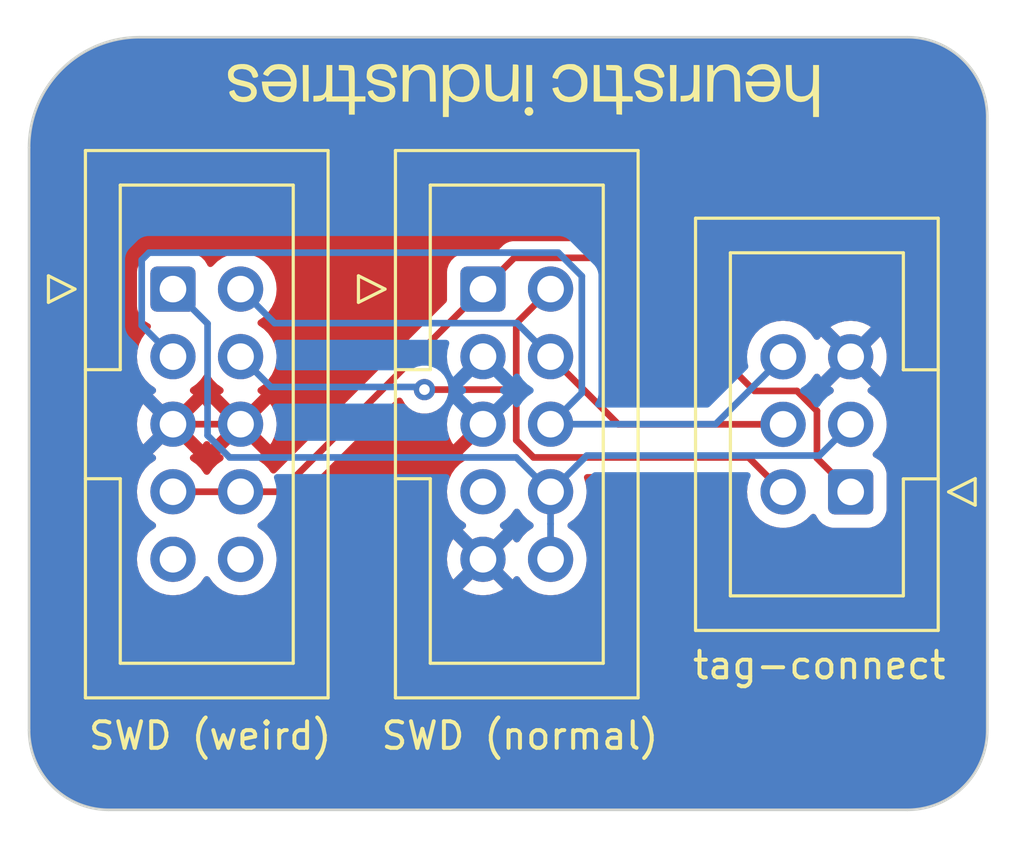
<source format=kicad_pcb>
(kicad_pcb (version 20240108) (generator "pcbnew") (generator_version "8.0")
  (layers (0 "F.Cu" signal) (31 "B.Cu" signal) (34 "B.Paste" user) (35 "F.Paste" user) (36 "B.SilkS" user "B.Silkscreen") (37 "F.SilkS" user "F.Silkscreen") (38 "B.Mask" user) (39 "F.Mask" user) (44 "Edge.Cuts" user))
  (net 0 "")
  (net 1 "/Vcc")
  (net 2 "/SWDIO")
  (net 3 "GND")
  (net 4 "/SWCLK")
  (net 5 "/SWO")
  (net 6 "/RST")
  (footprint "Connector_IDC:IDC-Header_2x05_P2.54mm_Vertical" (layer "F.Cu") (at 115.65 58.52)
    (property "Reference" "J1" (hide yes))
    (property "Value" "SWD 2.54" (hide yes))
    (fp_line (start -4.68 -0.5) (end -4.68 0.5) (stroke (width 0.12)) (layer "F.SilkS"))
    (fp_line (start -4.68 0.5) (end -3.68 0) (stroke (width 0.12)) (layer "F.SilkS"))
    (fp_line (start -3.68 0) (end -4.68 -0.5) (stroke (width 0.12)) (layer "F.SilkS"))
    (fp_line (start -3.29 -5.21) (end 5.83 -5.21) (stroke (width 0.12)) (layer "F.SilkS"))
    (fp_line (start -3.29 3.03) (end -1.98 3.03) (stroke (width 0.12)) (layer "F.SilkS"))
    (fp_line (start -3.29 15.37) (end -3.29 -5.21) (stroke (width 0.12)) (layer "F.SilkS"))
    (fp_line (start -1.98 -3.91) (end 4.52 -3.91) (stroke (width 0.12)) (layer "F.SilkS"))
    (fp_line (start -1.98 3.03) (end -1.98 -3.91) (stroke (width 0.12)) (layer "F.SilkS"))
    (fp_line (start -1.98 7.13) (end -3.29 7.13) (stroke (width 0.12)) (layer "F.SilkS"))
    (fp_line (start -1.98 7.13) (end -1.98 7.13) (stroke (width 0.12)) (layer "F.SilkS"))
    (fp_line (start -1.98 14.07) (end -1.98 7.13) (stroke (width 0.12)) (layer "F.SilkS"))
    (fp_line (start 4.52 -3.91) (end 4.52 14.07) (stroke (width 0.12)) (layer "F.SilkS"))
    (fp_line (start 4.52 14.07) (end -1.98 14.07) (stroke (width 0.12)) (layer "F.SilkS"))
    (fp_line (start 5.83 -5.21) (end 5.83 15.37) (stroke (width 0.12)) (layer "F.SilkS"))
    (fp_line (start 5.83 15.37) (end -3.29 15.37) (stroke (width 0.12)) (layer "F.SilkS"))
    (pad "1" thru_hole roundrect (at 0 0) (size 1.7 1.7) (drill 1) (layers "*.Cu" "*.Mask") (roundrect_rratio 0.1470588235) (net 1 "/Vcc"))
    (pad "2" thru_hole circle (at 2.54 0) (size 1.7 1.7) (drill 1) (layers "*.Cu" "*.Mask") (net 2 "/SWDIO"))
    (pad "3" thru_hole circle (at 0 2.54) (size 1.7 1.7) (drill 1) (layers "*.Cu" "*.Mask") (net 3 "GND"))
    (pad "4" thru_hole circle (at 2.54 2.54) (size 1.7 1.7) (drill 1) (layers "*.Cu" "*.Mask") (net 4 "/SWCLK"))
    (pad "5" thru_hole circle (at 0 5.08) (size 1.7 1.7) (drill 1) (layers "*.Cu" "*.Mask") (net 3 "GND"))
    (pad "6" thru_hole circle (at 2.54 5.08) (size 1.7 1.7) (drill 1) (layers "*.Cu" "*.Mask") (net 5 "/SWO"))
    (pad "7" thru_hole circle (at 0 7.62) (size 1.7 1.7) (drill 1) (layers "*.Cu" "*.Mask"))
    (pad "8" thru_hole circle (at 2.54 7.62) (size 1.7 1.7) (drill 1) (layers "*.Cu" "*.Mask") (net 6 "/RST"))
    (pad "9" thru_hole circle (at 0 10.16) (size 1.7 1.7) (drill 1) (layers "*.Cu" "*.Mask") (net 3 "GND"))
    (pad "10" thru_hole circle (at 2.54 10.16) (size 1.7 1.7) (drill 1) (layers "*.Cu" "*.Mask") (net 6 "/RST"))
  )
  (footprint "Connector_IDC:IDC-Header_2x05_P2.54mm_Vertical" (layer "F.Cu") (at 104 58.52)
    (property "Reference" "J3" (hide yes))
    (property "Value" "SWD" (hide yes))
    (fp_line (start -4.68 -0.5) (end -4.68 0.5) (stroke (width 0.12)) (layer "F.SilkS"))
    (fp_line (start -4.68 0.5) (end -3.68 0) (stroke (width 0.12)) (layer "F.SilkS"))
    (fp_line (start -3.68 0) (end -4.68 -0.5) (stroke (width 0.12)) (layer "F.SilkS"))
    (fp_line (start -3.29 -5.21) (end 5.83 -5.21) (stroke (width 0.12)) (layer "F.SilkS"))
    (fp_line (start -3.29 3.03) (end -1.98 3.03) (stroke (width 0.12)) (layer "F.SilkS"))
    (fp_line (start -3.29 15.37) (end -3.29 -5.21) (stroke (width 0.12)) (layer "F.SilkS"))
    (fp_line (start -1.98 -3.91) (end 4.52 -3.91) (stroke (width 0.12)) (layer "F.SilkS"))
    (fp_line (start -1.98 3.03) (end -1.98 -3.91) (stroke (width 0.12)) (layer "F.SilkS"))
    (fp_line (start -1.98 7.13) (end -3.29 7.13) (stroke (width 0.12)) (layer "F.SilkS"))
    (fp_line (start -1.98 7.13) (end -1.98 7.13) (stroke (width 0.12)) (layer "F.SilkS"))
    (fp_line (start -1.98 14.07) (end -1.98 7.13) (stroke (width 0.12)) (layer "F.SilkS"))
    (fp_line (start 4.52 -3.91) (end 4.52 14.07) (stroke (width 0.12)) (layer "F.SilkS"))
    (fp_line (start 4.52 14.07) (end -1.98 14.07) (stroke (width 0.12)) (layer "F.SilkS"))
    (fp_line (start 5.83 -5.21) (end 5.83 15.37) (stroke (width 0.12)) (layer "F.SilkS"))
    (fp_line (start 5.83 15.37) (end -3.29 15.37) (stroke (width 0.12)) (layer "F.SilkS"))
    (pad "1" thru_hole roundrect (at 0 0) (size 1.7 1.7) (drill 1) (layers "*.Cu" "*.Mask") (roundrect_rratio 0.1470588235) (net 6 "/RST"))
    (pad "2" thru_hole circle (at 2.54 0) (size 1.7 1.7) (drill 1) (layers "*.Cu" "*.Mask") (net 4 "/SWCLK"))
    (pad "3" thru_hole circle (at 0 2.54) (size 1.7 1.7) (drill 1) (layers "*.Cu" "*.Mask") (net 5 "/SWO"))
    (pad "4" thru_hole circle (at 2.54 2.54) (size 1.7 1.7) (drill 1) (layers "*.Cu" "*.Mask") (net 2 "/SWDIO"))
    (pad "5" thru_hole circle (at 0 5.08) (size 1.7 1.7) (drill 1) (layers "*.Cu" "*.Mask") (net 3 "GND"))
    (pad "6" thru_hole circle (at 2.54 5.08) (size 1.7 1.7) (drill 1) (layers "*.Cu" "*.Mask") (net 3 "GND"))
    (pad "7" thru_hole circle (at 0 7.62) (size 1.7 1.7) (drill 1) (layers "*.Cu" "*.Mask") (net 1 "/Vcc"))
    (pad "8" thru_hole circle (at 2.54 7.62) (size 1.7 1.7) (drill 1) (layers "*.Cu" "*.Mask") (net 1 "/Vcc"))
    (pad "9" thru_hole circle (at 0 10.16) (size 1.7 1.7) (drill 1) (layers "*.Cu" "*.Mask"))
    (pad "10" thru_hole circle (at 2.54 10.16) (size 1.7 1.7) (drill 1) (layers "*.Cu" "*.Mask"))
  )
  (footprint "LOGO" (layer "F.Cu") (at 117.16571 51.05 180)
    (property "Reference" "G***" (hide yes))
    (property "Value" "LOGO" (hide yes))
    (fp_poly (pts (xy 8.172222 -0.417885) (xy 8.277777 -0.411112) (xy 8.283654 0.272222) (xy 8.289531 0.955555) (xy 8.178099 0.955555) (xy 8.066666 0.955555) (xy 8.066666 0.265449) (xy 8.066666 -0.424658)) (fill solid) (layer "F.SilkS"))
    (fp_poly (pts (xy -0.111111 0.266666) (xy -0.111111 0.955555) (xy -0.222223 0.955555) (xy -0.333334 0.955555) (xy -0.333334 0.266666) (xy -0.333334 -0.422223) (xy -0.222223 -0.422223) (xy -0.111111 -0.422223)) (fill solid) (layer "F.SilkS"))
    (fp_poly (pts (xy -5.516346 0.272222) (xy -5.510469 0.955555) (xy -5.633334 0.955555) (xy -5.756198 0.955555) (xy -5.750322 0.272222) (xy -5.744445 -0.411112) (xy -5.633334 -0.411112) (xy -5.522223 -0.411112)) (fill solid) (layer "F.SilkS"))
    (fp_poly (pts (xy -0.138378 -0.935665) (xy -0.07885 -0.884365) (xy -0.046819 -0.814215) (xy -0.044445 -0.788889) (xy -0.063135 -0.713694) (xy -0.111439 -0.658715) (xy -0.177707 -0.628662) (xy -0.250287 -0.628245) (xy -0.317529 -0.662175) (xy -0.32946 -0.673655) (xy -0.371648 -0.744988) (xy -0.376998 -0.819614) (xy -0.349973 -0.88676) (xy -0.295032 -0.935652) (xy -0.216639 -0.955517) (xy -0.212724 -0.955556)) (fill solid) (layer "F.SilkS"))
    (fp_poly (pts (xy -6.399201 -0.327778) (xy -6.398402 -0.233334) (xy -6.349201 -0.293302) (xy -6.26543 -0.362485) (xy -6.152671 -0.406814) (xy -6.022936 -0.422223) (xy -5.911111 -0.422223) (xy -5.911111 -0.31354) (xy -5.911111 -0.204858) (xy -6.075813 -0.196541) (xy -6.174764 -0.188099) (xy -6.240722 -0.172971) (xy -6.284963 -0.148397) (xy -6.289991 -0.144112) (xy -6.324833 -0.10893) (xy -6.351532 -0.069281) (xy -6.371145 -0.018992) (xy -6.384726 0.048108) (xy -6.393331 0.138192) (xy -6.398016 0.257434) (xy -6.399835 0.412006) (xy -6.4 0.499286) (xy -6.4 0.955555) (xy -6.511111 0.955555) (xy -6.622223 0.955555) (xy -6.622223 0.266666) (xy -6.622223 -0.422223) (xy -6.511111 -0.422223) (xy -6.4 -0.422223)) (fill solid) (layer "F.SilkS"))
    (fp_poly (pts (xy -3.605556 -0.906774) (xy -3.5 -0.9) (xy -3.493693 -0.661112) (xy -3.487386 -0.422223) (xy -3.065915 -0.422223) (xy -2.644445 -0.422223) (xy -2.644445 0.266666) (xy -2.644445 0.955555) (xy -2.755187 0.955555) (xy -2.865929 0.955555) (xy -2.871854 0.372222) (xy -2.877778 -0.211112) (xy -3.183769 -0.217297) (xy -3.48976 -0.223483) (xy -3.483769 0.260481) (xy -3.477778 0.744444) (xy -3.3 0.755555) (xy -3.122223 0.766666) (xy -3.115389 0.861111) (xy -3.108556 0.955555) (xy -3.341928 0.955555) (xy -3.448258 0.954742) (xy -3.520448 0.95106) (xy -3.56879 0.942643) (xy -3.603576 0.927627) (xy -3.635099 0.904146) (xy -3.63765 0.901965) (xy -3.7 0.848376) (xy -3.711111 0.318632) (xy -3.722223 -0.211112) (xy -3.916667 -0.217532) (xy -4.111111 -0.223953) (xy -4.111111 -0.323088) (xy -4.111111 -0.422223) (xy -3.911111 -0.422223) (xy -3.711111 -0.422223) (xy -3.711111 -0.667885) (xy -3.711111 -0.913547)) (fill solid) (layer "F.SilkS"))
    (fp_poly (pts (xy -10.888889 -0.6) (xy -10.888301 -0.472221) (xy -10.886668 -0.36133) (xy -10.884186 -0.27434) (xy -10.88105 -0.218263) (xy -10.87772 -0.2) (xy -10.857872 -0.215103) (xy -10.818725 -0.253946) (xy -10.786085 -0.289067) (xy -10.683381 -0.371477) (xy -10.559875 -0.421284) (xy -10.424779 -0.438664) (xy -10.287303 -0.423796) (xy -10.156659 -0.376857) (xy -10.042055 -0.298025) (xy -10.017846 -0.274258) (xy -9.976458 -0.227266) (xy -9.944169 -0.179767) (xy -9.91972 -0.125448) (xy -9.90185 -0.057995) (xy -9.889301 0.028904) (xy -9.880813 0.141565) (xy -9.875126 0.286299) (xy -9.871136 0.461111) (xy -9.861845 0.955555) (xy -9.972885 0.955555) (xy -10.083925 0.955555) (xy -10.092164 0.483333) (xy -10.095289 0.324116) (xy -10.098792 0.202811) (xy -10.103307 0.112885) (xy -10.109467 0.047804) (xy -10.117907 0.001038) (xy -10.129259 -0.033948) (xy -10.144158 -0.063685) (xy -10.145433 -0.065881) (xy -10.220023 -0.154614) (xy -10.319788 -0.207493) (xy -10.446367 -0.225379) (xy -10.449216 -0.225386) (xy -10.579357 -0.21357) (xy -10.682758 -0.175417) (xy -10.761634 -0.116151) (xy -10.803557 -0.067463) (xy -10.835653 -0.007472) (xy -10.859057 0.069843) (xy -10.874902 0.170505) (xy -10.884323 0.300534) (xy -10.888453 0.465951) (xy -10.888889 0.559588) (xy -10.888889 0.955555) (xy -11 0.955555) (xy -11.111111 0.955555) (xy -11.111111 -0.022223) (xy -11.111111 -1) (xy -11 -1) (xy -10.888889 -1)) (fill solid) (layer "F.SilkS"))
    (fp_poly (pts (xy 3.515112 0.061111) (xy 3.517802 0.222121) (xy 3.520914 0.345135) (xy 3.525048 0.4366) (xy 3.530806 0.502964) (xy 3.538789 0.550673) (xy 3.549598 0.586176) (xy 3.563834 0.615919) (xy 3.567422 0.622222) (xy 3.636779 0.705792) (xy 3.730068 0.755663) (xy 3.851211 0.773593) (xy 3.90292 0.772538) (xy 4.037836 0.748634) (xy 4.143865 0.692241) (xy 4.224804 0.600986) (xy 4.250329 0.555555) (xy 4.267596 0.517576) (xy 4.280552 0.478042) (xy 4.289964 0.429714) (xy 4.296594 0.365356) (xy 4.301206 0.277732) (xy 4.304565 0.159604) (xy 4.307223 0.016666) (xy 4.314447 -0.422223) (xy 4.42389 -0.422223) (xy 4.533333 -0.422223) (xy 4.533333 0.266666) (xy 4.533333 0.955555) (xy 4.422222 0.955555) (xy 4.311111 0.955555) (xy 4.311111 0.844444) (xy 4.307114 0.781061) (xy 4.296893 0.740831) (xy 4.288889 0.733333) (xy 4.267291 0.748013) (xy 4.266666 0.752525) (xy 4.251133 0.781137) (xy 4.212015 0.825943) (xy 4.160536 0.8755) (xy 4.10792 0.918367) (xy 4.095674 0.926848) (xy 4.030686 0.953742) (xy 3.938427 0.972569) (xy 3.835673 0.981211) (xy 3.739197 0.977548) (xy 3.718364 0.97452) (xy 3.575178 0.929228) (xy 3.457906 0.847937) (xy 3.367735 0.73158) (xy 3.340561 0.677777) (xy 3.327262 0.641828) (xy 3.316923 0.596949) (xy 3.309046 0.536888) (xy 3.303131 0.45539) (xy 3.298679 0.346203) (xy 3.295192 0.203072) (xy 3.293119 0.083333) (xy 3.285251 -0.422223) (xy 3.396627 -0.422223) (xy 3.508003 -0.422223)) (fill solid) (layer "F.SilkS"))
    (fp_poly (pts (xy -7.929332 0.061111) (xy -7.926642 0.222121) (xy -7.923531 0.345135) (xy -7.919396 0.4366) (xy -7.913638 0.502964) (xy -7.905655 0.550673) (xy -7.894847 0.586176) (xy -7.880611 0.615919) (xy -7.877022 0.622222) (xy -7.807665 0.705792) (xy -7.714376 0.755663) (xy -7.593234 0.773593) (xy -7.541524 0.772538) (xy -7.406609 0.748634) (xy -7.300579 0.692241) (xy -7.219641 0.600986) (xy -7.194115 0.555555) (xy -7.176849 0.517576) (xy -7.163892 0.478042) (xy -7.154481 0.429714) (xy -7.147851 0.365356) (xy -7.143238 0.277732) (xy -7.139879 0.159604) (xy -7.137221 0.016666) (xy -7.129998 -0.422223) (xy -7.020555 -0.422223) (xy -6.911111 -0.422223) (xy -6.911111 0.266666) (xy -6.911111 0.955555) (xy -7.022223 0.955555) (xy -7.133334 0.955555) (xy -7.133334 0.844444) (xy -7.137331 0.781061) (xy -7.147551 0.740831) (xy -7.155556 0.733333) (xy -7.177154 0.748013) (xy -7.177778 0.752525) (xy -7.193312 0.781137) (xy -7.232429 0.825943) (xy -7.283908 0.8755) (xy -7.336525 0.918367) (xy -7.34877 0.926848) (xy -7.413759 0.953742) (xy -7.506017 0.972569) (xy -7.608772 0.981211) (xy -7.705248 0.977548) (xy -7.72608 0.97452) (xy -7.869266 0.929228) (xy -7.986538 0.847937) (xy -8.07671 0.73158) (xy -8.103884 0.677777) (xy -8.117183 0.641828) (xy -8.127521 0.596949) (xy -8.135398 0.536888) (xy -8.141313 0.45539) (xy -8.145765 0.346203) (xy -8.149253 0.203072) (xy -8.151326 0.083333) (xy -8.159194 -0.422223) (xy -8.047817 -0.422223) (xy -7.936441 -0.422223)) (fill solid) (layer "F.SilkS"))
    (fp_poly (pts (xy 1.014024 -0.419977) (xy 1.123925 -0.388681) (xy 1.217864 -0.330237) (xy 1.262431 -0.289706) (xy 1.30677 -0.244103) (xy 1.341309 -0.202484) (xy 1.367363 -0.158605) (xy 1.386246 -0.106217) (xy 1.399274 -0.039075) (xy 1.407763 0.049069) (xy 1.413027 0.16446) (xy 1.416381 0.313345) (xy 1.418443 0.45129) (xy 1.425775 0.980358) (xy 1.318443 0.973512) (xy 1.211111 0.966666) (xy 1.2 0.476723) (xy 1.195869 0.312686) (xy 1.191503 0.187027) (xy 1.186338 0.093682) (xy 1.179812 0.026586) (xy 1.171359 -0.020326) (xy 1.160417 -0.053118) (xy 1.148792 -0.074338) (xy 1.071747 -0.153761) (xy 0.969742 -0.204883) (xy 0.853422 -0.226005) (xy 0.73343 -0.215429) (xy 0.620411 -0.171456) (xy 0.603834 -0.161304) (xy 0.545787 -0.11949) (xy 0.500669 -0.074348) (xy 0.466713 -0.019689) (xy 0.442149 0.050673) (xy 0.42521 0.142926) (xy 0.414127 0.263258) (xy 0.407134 0.417856) (xy 0.403976 0.538116) (xy 0.394327 0.977777) (xy 0.296466 0.977777) (xy 0.229637 0.971653) (xy 0.191577 0.955354) (xy 0.187852 0.949757) (xy 0.185336 0.921193) (xy 0.183418 0.853929) (xy 0.182138 0.753706) (xy 0.181536 0.626264) (xy 0.181652 0.477345) (xy 0.182527 0.312689) (xy 0.182994 0.255312) (xy 0.188889 -0.411112) (xy 0.294444 -0.417885) (xy 0.4 -0.424658) (xy 0.4 -0.301218) (xy 0.40182 -0.233889) (xy 0.406518 -0.189054) (xy 0.411169 -0.177778) (xy 0.430986 -0.19289) (xy 0.470201 -0.231806) (xy 0.503943 -0.268106) (xy 0.58579 -0.347569) (xy 0.666263 -0.396479) (xy 0.760398 -0.421321) (xy 0.875899 -0.428529)) (fill solid) (layer "F.SilkS"))
    (fp_poly (pts (xy 6.555555 -0.666667) (xy 6.555555 -0.422223) (xy 6.977777 -0.422223) (xy 7.4 -0.422223) (xy 7.4 -0.333334) (xy 7.406231 -0.272345) (xy 7.421792 -0.246134) (xy 7.441985 -0.258244) (xy 7.456205 -0.290937) (xy 7.491038 -0.335906) (xy 7.55858 -0.37578) (xy 7.647096 -0.405703) (xy 7.74485 -0.420818) (xy 7.772222 -0.421735) (xy 7.888889 -0.422223) (xy 7.888889 -0.31354) (xy 7.888889 -0.204858) (xy 7.723628 -0.196513) (xy 7.631364 -0.189435) (xy 7.570229 -0.177074) (xy 7.52694 -0.155728) (xy 7.501372 -0.134623) (xy 7.469293 -0.099039) (xy 7.444638 -0.05613) (xy 7.426476 0.000087) (xy 7.413878 0.075591) (xy 7.405914 0.176364) (xy 7.401655 0.308386) (xy 7.40017 0.47764) (xy 7.400124 0.516666) (xy 7.4 0.955555) (xy 7.288889 0.955555) (xy 7.177777 0.955555) (xy 7.177777 0.366666) (xy 7.177777 -0.222223) (xy 6.866233 -0.222223) (xy 6.554688 -0.222223) (xy 6.560677 0.261111) (xy 6.566666 0.744444) (xy 6.75 0.750898) (xy 6.933333 0.757352) (xy 6.933333 0.856454) (xy 6.933333 0.955555) (xy 6.705555 0.954879) (xy 6.605669 0.95246) (xy 6.519686 0.946487) (xy 6.459133 0.937968) (xy 6.438888 0.931553) (xy 6.406783 0.908828) (xy 6.381846 0.878932) (xy 6.363196 0.836407) (xy 6.34995 0.775797) (xy 6.341225 0.691643) (xy 6.336138 0.578488) (xy 6.333807 0.430875) (xy 6.333333 0.278881) (xy 6.333333 -0.222223) (xy 6.133333 -0.222223) (xy 5.933333 -0.222223) (xy 5.933333 -0.322223) (xy 5.933333 -0.422223) (xy 6.133333 -0.422223) (xy 6.333333 -0.422223) (xy 6.333333 -0.666667) (xy 6.333333 -0.911112) (xy 6.444444 -0.911112) (xy 6.555555 -0.911112)) (fill solid) (layer "F.SilkS"))
    (fp_poly (pts (xy 9.150116 -0.442686) (xy 9.205071 -0.439983) (xy 9.381158 -0.413209) (xy 9.527267 -0.353734) (xy 9.64359 -0.261363) (xy 9.730319 -0.135904) (xy 9.787648 0.02284) (xy 9.812307 0.172222) (xy 9.827965 0.333333) (xy 9.278176 0.333333) (xy 8.728387 0.333333) (xy 8.743867 0.416666) (xy 8.789016 0.548759) (xy 8.866828 0.656767) (xy 8.970351 0.736284) (xy 9.092637 0.782904) (xy 9.226734 0.792222) (xy 9.312821 0.777317) (xy 9.405803 0.734184) (xy 9.495194 0.66183) (xy 9.564736 0.573633) (xy 9.568711 0.56673) (xy 9.585725 0.54121) (xy 9.606612 0.534808) (xy 9.645209 0.547328) (xy 9.685378 0.565083) (xy 9.74038 0.591634) (xy 9.773459 0.610976) (xy 9.777777 0.615589) (xy 9.760581 0.666581) (xy 9.715062 0.732203) (xy 9.650323 0.803115) (xy 9.575466 0.869976) (xy 9.499595 0.923447) (xy 9.455948 0.945814) (xy 9.342454 0.977806) (xy 9.208992 0.992317) (xy 9.073675 0.988988) (xy 8.954614 0.967463) (xy 8.922038 0.95633) (xy 8.782056 0.877574) (xy 8.668334 0.765405) (xy 8.583763 0.624215) (xy 8.531234 0.458397) (xy 8.515611 0.338981) (xy 8.520276 0.155555) (xy 8.732486 0.155555) (xy 9.155132 0.155555) (xy 9.577777 0.155555) (xy 9.577412 0.094444) (xy 9.55734 0.004597) (xy 9.504414 -0.085348) (xy 9.428037 -0.161721) (xy 9.379838 -0.192778) (xy 9.25117 -0.237955) (xy 9.122238 -0.242724) (xy 9.000462 -0.210455) (xy 8.893261 -0.144515) (xy 8.808055 -0.048272) (xy 8.752262 0.074905) (xy 8.747139 0.094444) (xy 8.732486 0.155555) (xy 8.520276 0.155555) (xy 8.520566 0.144137) (xy 8.561112 -0.027642) (xy 8.636173 -0.174213) (xy 8.744674 -0.293436) (xy 8.876057 -0.378589) (xy 8.952128 -0.414242) (xy 9.011694 -0.434669) (xy 9.071957 -0.443081)) (fill solid) (layer "F.SilkS"))
    (fp_poly (pts (xy -1.550255 -0.425054) (xy -1.401286 -0.367799) (xy -1.27692 -0.274056) (xy -1.179169 -0.145204) (xy -1.129248 -0.039072) (xy -1.106872 0.023701) (xy -1.094365 0.066606) (xy -1.093491 0.077931) (xy -1.117116 0.085445) (xy -1.169946 0.098104) (xy -1.205432 0.105794) (xy -1.310863 0.127892) (xy -1.335201 0.03751) (xy -1.385702 -0.070437) (xy -1.467991 -0.155446) (xy -1.573617 -0.213453) (xy -1.69413 -0.240395) (xy -1.82108 -0.232206) (xy -1.868907 -0.219154) (xy -1.995312 -0.156943) (xy -2.088673 -0.065697) (xy -2.149379 0.055202) (xy -2.177818 0.20637) (xy -2.180247 0.273848) (xy -2.164716 0.43916) (xy -2.118007 0.572868) (xy -2.039951 0.675214) (xy -1.930378 0.746437) (xy -1.819315 0.78129) (xy -1.720722 0.794424) (xy -1.634962 0.786818) (xy -1.6 0.778363) (xy -1.505483 0.735203) (xy -1.41932 0.665627) (xy -1.353466 0.581571) (xy -1.320659 0.49948) (xy -1.304606 0.445873) (xy -1.28081 0.42936) (xy -1.269623 0.431001) (xy -1.222544 0.442475) (xy -1.161111 0.455662) (xy -1.115765 0.468544) (xy -1.094963 0.48979) (xy -1.097746 0.528279) (xy -1.123156 0.592893) (xy -1.141943 0.633333) (xy -1.22919 0.775131) (xy -1.340314 0.880485) (xy -1.477332 0.950668) (xy -1.642264 0.986951) (xy -1.711111 0.992052) (xy -1.800777 0.99298) (xy -1.879565 0.98907) (xy -1.931277 0.981162) (xy -1.933334 0.980524) (xy -2.097318 0.905046) (xy -2.231894 0.796749) (xy -2.335332 0.657157) (xy -2.363886 0.601129) (xy -2.387086 0.540579) (xy -2.401274 0.473862) (xy -2.408296 0.388026) (xy -2.410014 0.277777) (xy -2.401846 0.114609) (xy -2.375127 -0.016714) (xy -2.325969 -0.126302) (xy -2.250481 -0.224267) (xy -2.196854 -0.276387) (xy -2.076982 -0.364207) (xy -1.945938 -0.418264) (xy -1.792997 -0.442351) (xy -1.721813 -0.444445)) (fill solid) (layer "F.SilkS"))
    (fp_poly (pts (xy 3.022222 -0.022223) (xy 3.022222 0.955555) (xy 2.911111 0.955555) (xy 2.8 0.955555) (xy 2.8 0.844444) (xy 2.796002 0.781061) (xy 2.785782 0.740831) (xy 2.777777 0.733333) (xy 2.756182 0.748305) (xy 2.755555 0.752918) (xy 2.738507 0.786138) (xy 2.694626 0.833288) (xy 2.634806 0.884804) (xy 2.56994 0.931121) (xy 2.522222 0.957779) (xy 2.418396 0.987865) (xy 2.291966 0.997371) (xy 2.159804 0.986138) (xy 2.061458 0.962169) (xy 1.926183 0.894307) (xy 1.810556 0.790176) (xy 1.721542 0.656104) (xy 1.719129 0.651224) (xy 1.673665 0.520836) (xy 1.648765 0.367052) (xy 1.647808 0.31887) (xy 1.87082 0.31887) (xy 1.888843 0.444252) (xy 1.940067 0.57161) (xy 2.022272 0.674322) (xy 2.127884 0.748636) (xy 2.249329 0.7908) (xy 2.379032 0.797063) (xy 2.50942 0.763671) (xy 2.522222 0.757999) (xy 2.635327 0.685444) (xy 2.715603 0.586217) (xy 2.764261 0.458086) (xy 2.782511 0.298818) (xy 2.782716 0.277777) (xy 2.766727 0.112081) (xy 2.718701 -0.022874) (xy 2.638543 -0.127246) (xy 2.526163 -0.201195) (xy 2.496035 -0.213807) (xy 2.372047 -0.24037) (xy 2.240451 -0.23375) (xy 2.117912 -0.195813) (xy 2.065046 -0.165544) (xy 1.978304 -0.079823) (xy 1.915215 0.035731) (xy 1.878485 0.17175) (xy 1.87082 0.31887) (xy 1.647808 0.31887) (xy 1.645574 0.206452) (xy 1.665239 0.055617) (xy 1.675285 0.016396) (xy 1.737418 -0.127664) (xy 1.831258 -0.254263) (xy 1.948183 -0.352974) (xy 2.008522 -0.386702) (xy 2.140867 -0.430366) (xy 2.281949 -0.444597) (xy 2.421642 -0.43109) (xy 2.549822 -0.391543) (xy 2.656362 -0.327649) (xy 2.713128 -0.268691) (xy 2.750105 -0.22445) (xy 2.777954 -0.201088) (xy 2.781956 -0.2) (xy 2.78772 -0.221053) (xy 2.792722 -0.279536) (xy 2.796646 -0.368437) (xy 2.799176 -0.480744) (xy 2.8 -0.6) (xy 2.8 -1) (xy 2.911111 -1) (xy 3.022222 -1)) (fill solid) (layer "F.SilkS"))
    (fp_poly (pts (xy -8.869147 -0.434867) (xy -8.7322 -0.398652) (xy -8.613395 -0.328087) (xy -8.534769 -0.254539) (xy -8.457514 -0.157037) (xy -8.406362 -0.055121) (xy -8.375533 0.065505) (xy -8.362763 0.170919) (xy -8.349034 0.333333) (xy -8.897163 0.333333) (xy -9.445292 0.333333) (xy -9.431761 0.394444) (xy -9.38537 0.540467) (xy -9.317224 0.650935) (xy -9.223983 0.730741) (xy -9.188889 0.750308) (xy -9.070789 0.787663) (xy -8.944649 0.790776) (xy -8.823023 0.761699) (xy -8.718463 0.702486) (xy -8.680941 0.667241) (xy -8.635202 0.612979) (xy -8.603241 0.568359) (xy -8.595642 0.55359) (xy -8.581707 0.537864) (xy -8.549672 0.54182) (xy -8.492741 0.564929) (xy -8.437273 0.595292) (xy -8.404134 0.623762) (xy -8.4 0.633512) (xy -8.417243 0.682689) (xy -8.462742 0.745843) (xy -8.527152 0.813254) (xy -8.60113 0.875202) (xy -8.675331 0.921968) (xy -8.679128 0.923855) (xy -8.813805 0.970807) (xy -8.965545 0.993213) (xy -9.116084 0.989619) (xy -9.222903 0.967197) (xy -9.360664 0.900544) (xy -9.476294 0.799377) (xy -9.566677 0.669353) (xy -9.628697 0.516127) (xy -9.659236 0.345358) (xy -9.657012 0.179192) (xy -9.642993 0.110225) (xy -9.422223 0.110225) (xy -9.420575 0.125936) (xy -9.411721 0.137523) (xy -9.389794 0.145612) (xy -9.348927 0.150832) (xy -9.283253 0.153808) (xy -9.186907 0.155169) (xy -9.054021 0.155542) (xy -8.998235 0.155555) (xy -8.574247 0.155555) (xy -8.5898 0.083333) (xy -8.630949 -0.039311) (xy -8.697826 -0.12987) (xy -8.79689 -0.196308) (xy -8.827878 -0.210264) (xy -8.948861 -0.239716) (xy -9.077291 -0.235579) (xy -9.198755 -0.200079) (xy -9.295996 -0.138042) (xy -9.340436 -0.08408) (xy -9.382465 -0.011373) (xy -9.412731 0.061683) (xy -9.422223 0.110225) (xy -9.642993 0.110225) (xy -9.620645 0.000289) (xy -9.550504 -0.150967) (xy -9.471126 -0.251883) (xy -9.372629 -0.338973) (xy -9.269223 -0.395769) (xy -9.147518 -0.428001) (xy -9.032272 -0.439722)) (fill solid) (layer "F.SilkS"))
    (fp_poly (pts (xy 10.696094 -0.421978) (xy 10.811332 -0.382112) (xy 10.82336 -0.37578) (xy 10.902505 -0.318139) (xy 10.97368 -0.242094) (xy 11.026341 -0.160938) (xy 11.049697 -0.090478) (xy 11.047011 -0.054419) (xy 11.022035 -0.030683) (xy 10.964203 -0.009472) (xy 10.961479 -0.008662) (xy 10.867403 0.019187) (xy 10.824285 -0.078289) (xy 10.76881 -0.161714) (xy 10.687159 -0.215219) (xy 10.574922 -0.241081) (xy 10.502841 -0.244362) (xy 10.389919 -0.230706) (xy 10.303682 -0.192792) (xy 10.248623 -0.134923) (xy 10.229232 -0.061404) (xy 10.242257 0.005358) (xy 10.270131 0.051738) (xy 10.318784 0.089277) (xy 10.394929 0.121191) (xy 10.505276 0.150691) (xy 10.577777 0.166021) (xy 10.753718 0.208266) (xy 10.889171 0.258377) (xy 10.987829 0.319355) (xy 11.053381 0.3942) (xy 11.089518 0.485914) (xy 11.099965 0.590618) (xy 11.096345 0.675479) (xy 11.08174 0.735481) (xy 11.050615 0.789875) (xy 11.037601 0.80749) (xy 10.952648 0.893662) (xy 10.847585 0.951446) (xy 10.71498 0.98408) (xy 10.611111 0.993312) (xy 10.487291 0.993663) (xy 10.389232 0.980848) (xy 10.321757 0.96128) (xy 10.196067 0.90548) (xy 10.103835 0.836473) (xy 10.034272 0.745232) (xy 10.010577 0.700898) (xy 9.972342 0.611569) (xy 9.961916 0.550768) (xy 9.980286 0.511585) (xy 10.028438 0.487112) (xy 10.041632 0.483399) (xy 10.114456 0.471875) (xy 10.158535 0.487314) (xy 10.183597 0.534423) (xy 10.188676 0.554586) (xy 10.232187 0.657027) (xy 10.310332 0.734114) (xy 10.419954 0.783876) (xy 10.557891 0.804344) (xy 10.589959 0.804738) (xy 10.713567 0.790028) (xy 10.80599 0.74988) (xy 10.864365 0.686539) (xy 10.885832 0.602254) (xy 10.884664 0.573392) (xy 10.864667 0.511135) (xy 10.81524 0.461444) (xy 10.731362 0.420895) (xy 10.611111 0.386776) (xy 10.470621 0.353431) (xy 10.365549 0.325546) (xy 10.287706 0.300007) (xy 10.228898 0.273702) (xy 10.180936 0.243518) (xy 10.135628 0.206341) (xy 10.135099 0.205867) (xy 10.056293 0.109961) (xy 10.016651 0.004048) (xy 10.014324 -0.10475) (xy 10.047465 -0.209306) (xy 10.114229 -0.302496) (xy 10.212767 -0.377197) (xy 10.295632 -0.413351) (xy 10.42095 -0.438829) (xy 10.560202 -0.441295)) (fill solid) (layer "F.SilkS"))
    (fp_poly (pts (xy -4.602292 -0.425906) (xy -4.470819 -0.386334) (xy -4.360486 -0.323808) (xy -4.317728 -0.285193) (xy -4.277997 -0.232057) (xy -4.243058 -0.16779) (xy -4.218539 -0.105644) (xy -4.210066 -0.058873) (xy -4.215147 -0.043586) (xy -4.246967 -0.027043) (xy -4.302898 -0.007756) (xy -4.317919 -0.003511) (xy -4.374075 0.008641) (xy -4.401841 0.003353) (xy -4.413583 -0.018113) (xy -4.462397 -0.123396) (xy -4.537913 -0.195012) (xy -4.642618 -0.23463) (xy -4.751104 -0.24441) (xy -4.872129 -0.231346) (xy -4.961094 -0.193505) (xy -5.015408 -0.133041) (xy -5.032483 -0.052103) (xy -5.02825 -0.014188) (xy -5.010898 0.032265) (xy -4.974518 0.070373) (xy -4.912984 0.103321) (xy -4.820171 0.134291) (xy -4.689951 0.166464) (xy -4.673428 0.170137) (xy -4.504098 0.213837) (xy -4.374432 0.262279) (xy -4.279721 0.317631) (xy -4.216192 0.380794) (xy -4.178793 0.460835) (xy -4.160855 0.562708) (xy -4.164604 0.667278) (xy -4.176791 0.719229) (xy -4.22299 0.801348) (xy -4.299682 0.8795) (xy -4.393536 0.942334) (xy -4.477808 0.975467) (xy -4.602938 0.994505) (xy -4.742275 0.996184) (xy -4.873612 0.980921) (xy -4.929482 0.967021) (xy -5.073729 0.90149) (xy -5.185894 0.805348) (xy -5.265158 0.679463) (xy -5.300497 0.574646) (xy -5.306088 0.531485) (xy -5.291122 0.50499) (xy -5.247146 0.487992) (xy -5.184456 0.476268) (xy -5.12709 0.469561) (xy -5.098846 0.4786) (xy -5.085285 0.510307) (xy -5.081883 0.525456) (xy -5.037387 0.640249) (xy -4.960193 0.725999) (xy -4.85258 0.781087) (xy -4.716824 0.803892) (xy -4.689597 0.804444) (xy -4.571751 0.792567) (xy -4.476391 0.759219) (xy -4.412176 0.707827) (xy -4.400659 0.690119) (xy -4.382802 0.630944) (xy -4.379187 0.561522) (xy -4.39053 0.505326) (xy -4.394785 0.497545) (xy -4.44312 0.457493) (xy -4.53268 0.418732) (xy -4.660248 0.382513) (xy -4.729318 0.367353) (xy -4.864797 0.336747) (xy -4.966717 0.305598) (xy -5.045826 0.269884) (xy -5.112872 0.225584) (xy -5.117111 0.222278) (xy -5.196579 0.134088) (xy -5.240139 0.028912) (xy -5.247853 -0.084132) (xy -5.219786 -0.195928) (xy -5.156 -0.297358) (xy -5.113209 -0.33927) (xy -5.010364 -0.399207) (xy -4.883384 -0.433112) (xy -4.743587 -0.441755)) (fill solid) (layer "F.SilkS"))
    (fp_poly (pts (xy 5.466021 -0.429869) (xy 5.526372 -0.413424) (xy 5.620647 -0.367839) (xy 5.708648 -0.30029) (xy 5.781287 -0.220534) (xy 5.829477 -0.13833) (xy 5.844444 -0.071872) (xy 5.832049 -0.041229) (xy 5.789072 -0.018816) (xy 5.745481 -0.007065) (xy 5.684677 0.005345) (xy 5.653782 0.00271) (xy 5.639467 -0.019708) (xy 5.632736 -0.047164) (xy 5.600733 -0.111341) (xy 5.541156 -0.174214) (xy 5.469015 -0.22176) (xy 5.430594 -0.236007) (xy 5.377075 -0.242071) (xy 5.300865 -0.242379) (xy 5.254358 -0.239714) (xy 5.145787 -0.216909) (xy 5.069127 -0.170879) (xy 5.028165 -0.104534) (xy 5.022222 -0.061333) (xy 5.028014 0.002273) (xy 5.049505 0.050819) (xy 5.092864 0.08853) (xy 5.164263 0.119631) (xy 5.269873 0.148346) (xy 5.355555 0.166869) (xy 5.500038 0.199026) (xy 5.608977 0.230405) (xy 5.691049 0.264669) (xy 5.754933 0.305481) (xy 5.809304 0.356502) (xy 5.812078 0.359552) (xy 5.855616 0.41022) (xy 5.879236 0.45099) (xy 5.887968 0.498223) (xy 5.886839 0.56828) (xy 5.885249 0.597614) (xy 5.867139 0.722693) (xy 5.825061 0.816664) (xy 5.75302 0.889066) (xy 5.672067 0.936755) (xy 5.568009 0.971628) (xy 5.438889 0.991462) (xy 5.301789 0.995339) (xy 5.173788 0.982339) (xy 5.111111 0.966919) (xy 4.975224 0.901478) (xy 4.865112 0.803715) (xy 4.786739 0.680045) (xy 4.754343 0.583214) (xy 4.745515 0.535432) (xy 4.752685 0.508263) (xy 4.78485 0.492782) (xy 4.851006 0.480066) (xy 4.859788 0.478611) (xy 4.95291 0.463206) (xy 4.976101 0.549328) (xy 5.025984 0.65532) (xy 5.109336 0.734499) (xy 5.22253 0.784536) (xy 5.36194 0.8031) (xy 5.371074 0.803162) (xy 5.491382 0.789576) (xy 5.586293 0.75144) (xy 5.651074 0.692732) (xy 5.680996 0.617427) (xy 5.676329 0.546584) (xy 5.656762 0.500066) (xy 5.619804 0.463084) (xy 5.558541 0.432) (xy 5.466057 0.403178) (xy 5.353593 0.37685) (xy 5.186698 0.332975) (xy 5.04499 0.279546) (xy 4.934663 0.219409) (xy 4.86191 0.155411) (xy 4.856548 0.14837) (xy 4.821618 0.068631) (xy 4.808249 -0.032657) (xy 4.816172 -0.138332) (xy 4.845117 -0.231229) (xy 4.862982 -0.261615) (xy 4.943586 -0.339337) (xy 5.054674 -0.397422) (xy 5.185763 -0.433472) (xy 5.326373 -0.445087)) (fill solid) (layer "F.SilkS"))
  )
  (footprint "Connector_IDC:IDC-Header_2x03_P2.54mm_Vertical" (layer "F.Cu") (at 129.4675 66.145 180)
    (property "Reference" "J2" (hide yes))
    (property "Value" "Conn_ARM_SWD_TagConnect_TC2030-NL" (hide yes))
    (fp_line (start 5.83 10.29) (end -3.29 10.29) (stroke (width 0.12)) (layer "F.SilkS"))
    (fp_line (start 5.83 -5.21) (end 5.83 10.29) (stroke (width 0.12)) (layer "F.SilkS"))
    (fp_line (start 4.52 8.99) (end -1.98 8.99) (stroke (width 0.12)) (layer "F.SilkS"))
    (fp_line (start 4.52 -3.91) (end 4.52 8.99) (stroke (width 0.12)) (layer "F.SilkS"))
    (fp_line (start -1.98 8.99) (end -1.98 4.59) (stroke (width 0.12)) (layer "F.SilkS"))
    (fp_line (start -1.98 4.59) (end -1.98 4.59) (stroke (width 0.12)) (layer "F.SilkS"))
    (fp_line (start -1.98 4.59) (end -3.29 4.59) (stroke (width 0.12)) (layer "F.SilkS"))
    (fp_line (start -1.98 0.49) (end -1.98 -3.91) (stroke (width 0.12)) (layer "F.SilkS"))
    (fp_line (start -1.98 -3.91) (end 4.52 -3.91) (stroke (width 0.12)) (layer "F.SilkS"))
    (fp_line (start -3.29 10.29) (end -3.29 -5.21) (stroke (width 0.12)) (layer "F.SilkS"))
    (fp_line (start -3.29 0.49) (end -1.98 0.49) (stroke (width 0.12)) (layer "F.SilkS"))
    (fp_line (start -3.29 -5.21) (end 5.83 -5.21) (stroke (width 0.12)) (layer "F.SilkS"))
    (fp_line (start -3.68 0) (end -4.68 -0.5) (stroke (width 0.12)) (layer "F.SilkS"))
    (fp_line (start -4.68 0.5) (end -3.68 0) (stroke (width 0.12)) (layer "F.SilkS"))
    (fp_line (start -4.68 -0.5) (end -4.68 0.5) (stroke (width 0.12)) (layer "F.SilkS"))
    (pad "1" thru_hole roundrect (at 0 0 180) (size 1.7 1.7) (drill 1) (layers "*.Cu" "*.Mask") (roundrect_rratio 0.1470588235) (net 1 "/Vcc"))
    (pad "2" thru_hole circle (at 2.54 0 180) (size 1.7 1.7) (drill 1) (layers "*.Cu" "*.Mask") (net 2 "/SWDIO"))
    (pad "3" thru_hole circle (at 0 2.54 180) (size 1.7 1.7) (drill 1) (layers "*.Cu" "*.Mask") (net 6 "/RST"))
    (pad "4" thru_hole circle (at 2.54 2.54 180) (size 1.7 1.7) (drill 1) (layers "*.Cu" "*.Mask") (net 4 "/SWCLK"))
    (pad "5" thru_hole circle (at 0 5.08 180) (size 1.7 1.7) (drill 1) (layers "*.Cu" "*.Mask") (net 3 "GND"))
    (pad "6" thru_hole circle (at 2.54 5.08 180) (size 1.7 1.7) (drill 1) (layers "*.Cu" "*.Mask") (net 5 "/SWO"))
  )
  (gr_arc (start 98.592565 53.199584) (mid 99.808072 50.26509) (end 102.742566 49.049584) (stroke (width 0.1)) (layer "Edge.Cuts"))
  (gr_arc (start 131.600001 49.049584) (mid 133.73922 49.946137) (end 134.6 52.1) (stroke (width 0.1)) (layer "Edge.Cuts"))
  (gr_line (start 98.592565 53.199584) (end 98.592565 75.100001) (stroke (width 0.1)) (layer "Edge.Cuts"))
  (gr_line (start 102.742566 49.049584) (end 131.600001 49.049584) (stroke (width 0.1)) (layer "Edge.Cuts"))
  (gr_line (start 134.6 52.1) (end 134.6 75.1) (stroke (width 0.1)) (layer "Edge.Cuts"))
  (gr_arc (start 101.57132 78.1) (mid 99.463742 77.213823) (end 98.592565 75.100001) (stroke (width 0.1)) (layer "Edge.Cuts"))
  (gr_arc (start 134.6 75.1) (mid 133.72132 77.22132) (end 131.6 78.1) (stroke (width 0.1)) (layer "Edge.Cuts"))
  (gr_line (start 131.6 78.1) (end 101.57132 78.1) (stroke (width 0.1)) (layer "Edge.Cuts"))
  (gr_text "tag-connect" (at 123.45 73.25 0) (layer "F.SilkS") (effects (font (size 1 1)) (justify left bottom)))
  (gr_text "SWD (weird)" (at 100.75 75.9 0) (layer "F.SilkS") (effects (font (size 1 1)) (justify left bottom)))
  (gr_text "SWD (normal)" (at 111.75 75.9 0) (layer "F.SilkS") (effects (font (size 1 1)) (justify left bottom)))
  (segment (start 120.845 57.345) (end 125.85 62.35) (width 0.25) (layer "F.Cu") (net 1))
  (segment (start 115.65 58.52) (end 116.825 57.345) (width 0.25) (layer "F.Cu") (net 1))
  (segment (start 128.2 63.1) (end 128.2 64.8775) (width 0.25) (layer "F.Cu") (net 1))
  (segment (start 108.03 66.14) (end 115.65 58.52) (width 0.25) (layer "F.Cu") (net 1))
  (segment (start 128.2 64.8775) (end 129.4675 66.145) (width 0.25) (layer "F.Cu") (net 1))
  (segment (start 116.825 57.345) (end 120.845 57.345) (width 0.25) (layer "F.Cu") (net 1))
  (segment (start 127.45 62.35) (end 128.2 63.1) (width 0.25) (layer "F.Cu") (net 1))
  (segment (start 125.85 62.35) (end 127.45 62.35) (width 0.25) (layer "F.Cu") (net 1))
  (segment (start 106.54 66.14) (end 108.03 66.14) (width 0.25) (layer "F.Cu") (net 1))
  (segment (start 106.54 66.14) (end 104 66.14) (width 0.25) (layer "F.Cu") (net 1))
  (segment (start 113.45 62.3) (end 116.9 62.3) (width 0.25) (layer "F.Cu") (net 2))
  (segment (start 126.9275 66.145) (end 125.6325 64.85) (width 0.25) (layer "F.Cu") (net 2))
  (segment (start 116.9 64.2) (end 116.9 62.3) (width 0.25) (layer "F.Cu") (net 2))
  (segment (start 125.6325 64.85) (end 117.55 64.85) (width 0.25) (layer "F.Cu") (net 2))
  (segment (start 116.9 62.3) (end 116.9 59.81) (width 0.25) (layer "F.Cu") (net 2))
  (segment (start 116.9 59.81) (end 118.19 58.52) (width 0.25) (layer "F.Cu") (net 2))
  (segment (start 117.55 64.85) (end 116.9 64.2) (width 0.25) (layer "F.Cu") (net 2))
  (via (at 113.45 62.3) (size 0.8) (drill 0.4) (layers "F.Cu" "B.Cu") (net 2))
  (segment (start 107.68 62.2) (end 106.54 61.06) (width 0.25) (layer "B.Cu") (net 2))
  (segment (start 113.35 62.2) (end 107.68 62.2) (width 0.25) (layer "B.Cu") (net 2))
  (segment (start 113.45 62.3) (end 113.35 62.2) (width 0.25) (layer "B.Cu") (net 2))
  (segment (start 104 63.6) (end 106.54 63.6) (width 0.25) (layer "F.Cu") (net 3))
  (segment (start 120.735 63.605) (end 118.19 61.06) (width 0.25) (layer "F.Cu") (net 4))
  (segment (start 126.9275 63.605) (end 120.735 63.605) (width 0.25) (layer "F.Cu") (net 4))
  (segment (start 118.19 61.06) (end 116.93 59.8) (width 0.25) (layer "B.Cu") (net 4))
  (segment (start 107.82 59.8) (end 106.54 58.52) (width 0.25) (layer "B.Cu") (net 4))
  (segment (start 116.93 59.8) (end 107.82 59.8) (width 0.25) (layer "B.Cu") (net 4))
  (segment (start 102.825 59.885) (end 102.825 57.425) (width 0.25) (layer "B.Cu") (net 5))
  (segment (start 119.365 58.033299) (end 119.365 62.425) (width 0.25) (layer "B.Cu") (net 5))
  (segment (start 118.19 63.6) (end 124.3925 63.6) (width 0.25) (layer "B.Cu") (net 5))
  (segment (start 104 61.06) (end 102.825 59.885) (width 0.25) (layer "B.Cu") (net 5))
  (segment (start 119.365 62.425) (end 118.19 63.6) (width 0.25) (layer "B.Cu") (net 5))
  (segment (start 103.1 57.15) (end 118.481701 57.15) (width 0.25) (layer "B.Cu") (net 5))
  (segment (start 124.3925 63.6) (end 126.9275 61.065) (width 0.25) (layer "B.Cu") (net 5))
  (segment (start 102.825 57.425) (end 103.1 57.15) (width 0.25) (layer "B.Cu") (net 5))
  (segment (start 118.481701 57.15) (end 119.365 58.033299) (width 0.25) (layer "B.Cu") (net 5))
  (segment (start 128.2925 64.78) (end 129.4675 63.605) (width 0.25) (layer "B.Cu") (net 6))
  (segment (start 105.3 59.82) (end 105.3 64.021701) (width 0.25) (layer "B.Cu") (net 6))
  (segment (start 106.128299 64.85) (end 116.9 64.85) (width 0.25) (layer "B.Cu") (net 6))
  (segment (start 105.3 64.021701) (end 106.128299 64.85) (width 0.25) (layer "B.Cu") (net 6))
  (segment (start 119.55 64.78) (end 128.2925 64.78) (width 0.25) (layer "B.Cu") (net 6))
  (segment (start 118.19 67.35) (end 118.19 66.14) (width 0.25) (layer "B.Cu") (net 6))
  (segment (start 116.9 64.85) (end 118.19 66.14) (width 0.25) (layer "B.Cu") (net 6))
  (segment (start 118.19 66.14) (end 119.55 64.78) (width 0.25) (layer "B.Cu") (net 6))
  (segment (start 104 58.52) (end 105.3 59.82) (width 0.25) (layer "B.Cu") (net 6))
  (segment (start 118.19 68.68) (end 118.19 67.35) (width 0.25) (layer "B.Cu") (net 6))
  (zone (net 3) (net_name "GND") (layers "F&B.Cu") (connect_pads (clearance 0.5)) (min_thickness 0.25) (fill yes (thermal_gap 0.5) (thermal_bridge_width 0.5))
    (polygon (pts (xy 97.5 48.2) (xy 97.5 80) (xy 136 79.65) (xy 135.55 47.65)))
  )
)
</source>
